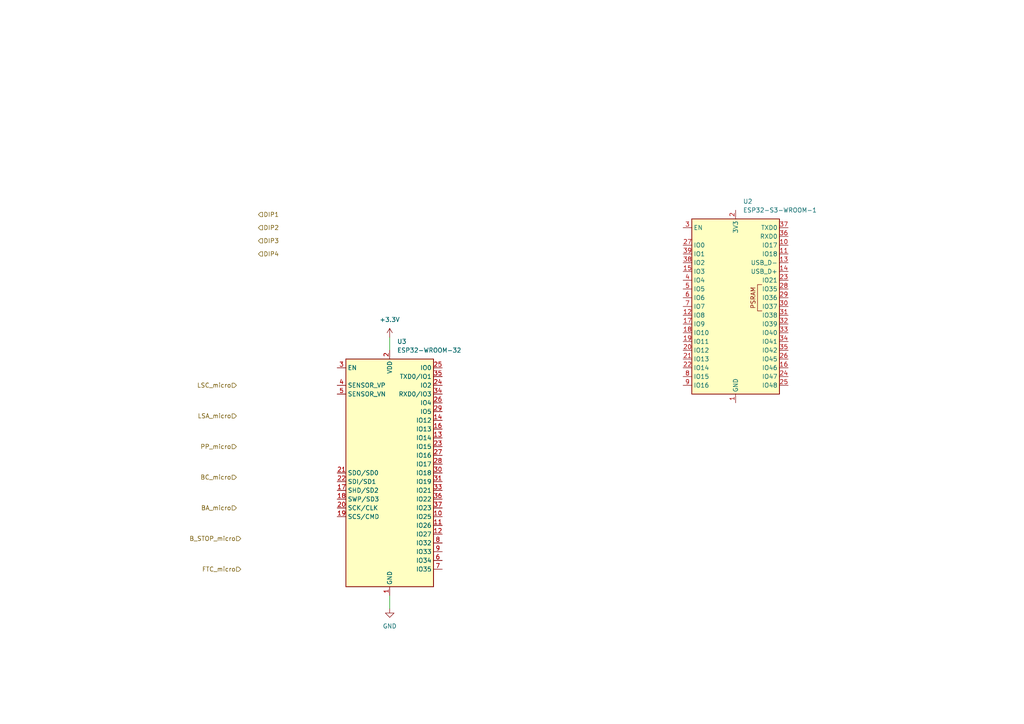
<source format=kicad_sch>
(kicad_sch
	(version 20250114)
	(generator "eeschema")
	(generator_version "9.0")
	(uuid "236dfe4a-e3ba-4b02-a8cb-721af9eabc13")
	(paper "A4")
	(lib_symbols
		(symbol "RF_Module:ESP32-S3-WROOM-1"
			(exclude_from_sim no)
			(in_bom yes)
			(on_board yes)
			(property "Reference" "U"
				(at -12.7 26.67 0)
				(effects
					(font
						(size 1.27 1.27)
					)
				)
			)
			(property "Value" "ESP32-S3-WROOM-1"
				(at 12.7 26.67 0)
				(effects
					(font
						(size 1.27 1.27)
					)
				)
			)
			(property "Footprint" "RF_Module:ESP32-S3-WROOM-1"
				(at 0 2.54 0)
				(effects
					(font
						(size 1.27 1.27)
					)
					(hide yes)
				)
			)
			(property "Datasheet" "https://www.espressif.com/sites/default/files/documentation/esp32-s3-wroom-1_wroom-1u_datasheet_en.pdf"
				(at 0 0 0)
				(effects
					(font
						(size 1.27 1.27)
					)
					(hide yes)
				)
			)
			(property "Description" "RF Module, ESP32-S3 SoC, Wi-Fi 802.11b/g/n, Bluetooth, BLE, 32-bit, 3.3V, onboard antenna, SMD"
				(at 0 0 0)
				(effects
					(font
						(size 1.27 1.27)
					)
					(hide yes)
				)
			)
			(property "ki_keywords" "RF Radio BT ESP ESP32-S3 Espressif onboard PCB antenna"
				(at 0 0 0)
				(effects
					(font
						(size 1.27 1.27)
					)
					(hide yes)
				)
			)
			(property "ki_fp_filters" "ESP32?S3?WROOM?1*"
				(at 0 0 0)
				(effects
					(font
						(size 1.27 1.27)
					)
					(hide yes)
				)
			)
			(symbol "ESP32-S3-WROOM-1_0_0"
				(rectangle
					(start -12.7 25.4)
					(end 12.7 -25.4)
					(stroke
						(width 0.254)
						(type default)
					)
					(fill
						(type background)
					)
				)
				(text "PSRAM"
					(at 5.08 2.54 900)
					(effects
						(font
							(size 1.27 1.27)
						)
					)
				)
			)
			(symbol "ESP32-S3-WROOM-1_0_1"
				(polyline
					(pts
						(xy 7.62 -1.27) (xy 6.35 -1.27) (xy 6.35 6.35) (xy 7.62 6.35)
					)
					(stroke
						(width 0)
						(type default)
					)
					(fill
						(type none)
					)
				)
			)
			(symbol "ESP32-S3-WROOM-1_1_1"
				(pin input line
					(at -15.24 22.86 0)
					(length 2.54)
					(name "EN"
						(effects
							(font
								(size 1.27 1.27)
							)
						)
					)
					(number "3"
						(effects
							(font
								(size 1.27 1.27)
							)
						)
					)
				)
				(pin bidirectional line
					(at -15.24 17.78 0)
					(length 2.54)
					(name "IO0"
						(effects
							(font
								(size 1.27 1.27)
							)
						)
					)
					(number "27"
						(effects
							(font
								(size 1.27 1.27)
							)
						)
					)
				)
				(pin bidirectional line
					(at -15.24 15.24 0)
					(length 2.54)
					(name "IO1"
						(effects
							(font
								(size 1.27 1.27)
							)
						)
					)
					(number "39"
						(effects
							(font
								(size 1.27 1.27)
							)
						)
					)
				)
				(pin bidirectional line
					(at -15.24 12.7 0)
					(length 2.54)
					(name "IO2"
						(effects
							(font
								(size 1.27 1.27)
							)
						)
					)
					(number "38"
						(effects
							(font
								(size 1.27 1.27)
							)
						)
					)
				)
				(pin bidirectional line
					(at -15.24 10.16 0)
					(length 2.54)
					(name "IO3"
						(effects
							(font
								(size 1.27 1.27)
							)
						)
					)
					(number "15"
						(effects
							(font
								(size 1.27 1.27)
							)
						)
					)
				)
				(pin bidirectional line
					(at -15.24 7.62 0)
					(length 2.54)
					(name "IO4"
						(effects
							(font
								(size 1.27 1.27)
							)
						)
					)
					(number "4"
						(effects
							(font
								(size 1.27 1.27)
							)
						)
					)
				)
				(pin bidirectional line
					(at -15.24 5.08 0)
					(length 2.54)
					(name "IO5"
						(effects
							(font
								(size 1.27 1.27)
							)
						)
					)
					(number "5"
						(effects
							(font
								(size 1.27 1.27)
							)
						)
					)
				)
				(pin bidirectional line
					(at -15.24 2.54 0)
					(length 2.54)
					(name "IO6"
						(effects
							(font
								(size 1.27 1.27)
							)
						)
					)
					(number "6"
						(effects
							(font
								(size 1.27 1.27)
							)
						)
					)
				)
				(pin bidirectional line
					(at -15.24 0 0)
					(length 2.54)
					(name "IO7"
						(effects
							(font
								(size 1.27 1.27)
							)
						)
					)
					(number "7"
						(effects
							(font
								(size 1.27 1.27)
							)
						)
					)
				)
				(pin bidirectional line
					(at -15.24 -2.54 0)
					(length 2.54)
					(name "IO8"
						(effects
							(font
								(size 1.27 1.27)
							)
						)
					)
					(number "12"
						(effects
							(font
								(size 1.27 1.27)
							)
						)
					)
				)
				(pin bidirectional line
					(at -15.24 -5.08 0)
					(length 2.54)
					(name "IO9"
						(effects
							(font
								(size 1.27 1.27)
							)
						)
					)
					(number "17"
						(effects
							(font
								(size 1.27 1.27)
							)
						)
					)
				)
				(pin bidirectional line
					(at -15.24 -7.62 0)
					(length 2.54)
					(name "IO10"
						(effects
							(font
								(size 1.27 1.27)
							)
						)
					)
					(number "18"
						(effects
							(font
								(size 1.27 1.27)
							)
						)
					)
				)
				(pin bidirectional line
					(at -15.24 -10.16 0)
					(length 2.54)
					(name "IO11"
						(effects
							(font
								(size 1.27 1.27)
							)
						)
					)
					(number "19"
						(effects
							(font
								(size 1.27 1.27)
							)
						)
					)
				)
				(pin bidirectional line
					(at -15.24 -12.7 0)
					(length 2.54)
					(name "IO12"
						(effects
							(font
								(size 1.27 1.27)
							)
						)
					)
					(number "20"
						(effects
							(font
								(size 1.27 1.27)
							)
						)
					)
				)
				(pin bidirectional line
					(at -15.24 -15.24 0)
					(length 2.54)
					(name "IO13"
						(effects
							(font
								(size 1.27 1.27)
							)
						)
					)
					(number "21"
						(effects
							(font
								(size 1.27 1.27)
							)
						)
					)
				)
				(pin bidirectional line
					(at -15.24 -17.78 0)
					(length 2.54)
					(name "IO14"
						(effects
							(font
								(size 1.27 1.27)
							)
						)
					)
					(number "22"
						(effects
							(font
								(size 1.27 1.27)
							)
						)
					)
				)
				(pin bidirectional line
					(at -15.24 -20.32 0)
					(length 2.54)
					(name "IO15"
						(effects
							(font
								(size 1.27 1.27)
							)
						)
					)
					(number "8"
						(effects
							(font
								(size 1.27 1.27)
							)
						)
					)
				)
				(pin bidirectional line
					(at -15.24 -22.86 0)
					(length 2.54)
					(name "IO16"
						(effects
							(font
								(size 1.27 1.27)
							)
						)
					)
					(number "9"
						(effects
							(font
								(size 1.27 1.27)
							)
						)
					)
				)
				(pin power_in line
					(at 0 27.94 270)
					(length 2.54)
					(name "3V3"
						(effects
							(font
								(size 1.27 1.27)
							)
						)
					)
					(number "2"
						(effects
							(font
								(size 1.27 1.27)
							)
						)
					)
				)
				(pin power_in line
					(at 0 -27.94 90)
					(length 2.54)
					(name "GND"
						(effects
							(font
								(size 1.27 1.27)
							)
						)
					)
					(number "1"
						(effects
							(font
								(size 1.27 1.27)
							)
						)
					)
				)
				(pin passive line
					(at 0 -27.94 90)
					(length 2.54)
					(hide yes)
					(name "GND"
						(effects
							(font
								(size 1.27 1.27)
							)
						)
					)
					(number "40"
						(effects
							(font
								(size 1.27 1.27)
							)
						)
					)
				)
				(pin passive line
					(at 0 -27.94 90)
					(length 2.54)
					(hide yes)
					(name "GND"
						(effects
							(font
								(size 1.27 1.27)
							)
						)
					)
					(number "41"
						(effects
							(font
								(size 1.27 1.27)
							)
						)
					)
				)
				(pin bidirectional line
					(at 15.24 22.86 180)
					(length 2.54)
					(name "TXD0"
						(effects
							(font
								(size 1.27 1.27)
							)
						)
					)
					(number "37"
						(effects
							(font
								(size 1.27 1.27)
							)
						)
					)
				)
				(pin bidirectional line
					(at 15.24 20.32 180)
					(length 2.54)
					(name "RXD0"
						(effects
							(font
								(size 1.27 1.27)
							)
						)
					)
					(number "36"
						(effects
							(font
								(size 1.27 1.27)
							)
						)
					)
				)
				(pin bidirectional line
					(at 15.24 17.78 180)
					(length 2.54)
					(name "IO17"
						(effects
							(font
								(size 1.27 1.27)
							)
						)
					)
					(number "10"
						(effects
							(font
								(size 1.27 1.27)
							)
						)
					)
				)
				(pin bidirectional line
					(at 15.24 15.24 180)
					(length 2.54)
					(name "IO18"
						(effects
							(font
								(size 1.27 1.27)
							)
						)
					)
					(number "11"
						(effects
							(font
								(size 1.27 1.27)
							)
						)
					)
				)
				(pin bidirectional line
					(at 15.24 12.7 180)
					(length 2.54)
					(name "USB_D-"
						(effects
							(font
								(size 1.27 1.27)
							)
						)
					)
					(number "13"
						(effects
							(font
								(size 1.27 1.27)
							)
						)
					)
					(alternate "IO19" bidirectional line)
				)
				(pin bidirectional line
					(at 15.24 10.16 180)
					(length 2.54)
					(name "USB_D+"
						(effects
							(font
								(size 1.27 1.27)
							)
						)
					)
					(number "14"
						(effects
							(font
								(size 1.27 1.27)
							)
						)
					)
					(alternate "IO20" bidirectional line)
				)
				(pin bidirectional line
					(at 15.24 7.62 180)
					(length 2.54)
					(name "IO21"
						(effects
							(font
								(size 1.27 1.27)
							)
						)
					)
					(number "23"
						(effects
							(font
								(size 1.27 1.27)
							)
						)
					)
				)
				(pin bidirectional line
					(at 15.24 5.08 180)
					(length 2.54)
					(name "IO35"
						(effects
							(font
								(size 1.27 1.27)
							)
						)
					)
					(number "28"
						(effects
							(font
								(size 1.27 1.27)
							)
						)
					)
				)
				(pin bidirectional line
					(at 15.24 2.54 180)
					(length 2.54)
					(name "IO36"
						(effects
							(font
								(size 1.27 1.27)
							)
						)
					)
					(number "29"
						(effects
							(font
								(size 1.27 1.27)
							)
						)
					)
				)
				(pin bidirectional line
					(at 15.24 0 180)
					(length 2.54)
					(name "IO37"
						(effects
							(font
								(size 1.27 1.27)
							)
						)
					)
					(number "30"
						(effects
							(font
								(size 1.27 1.27)
							)
						)
					)
				)
				(pin bidirectional line
					(at 15.24 -2.54 180)
					(length 2.54)
					(name "IO38"
						(effects
							(font
								(size 1.27 1.27)
							)
						)
					)
					(number "31"
						(effects
							(font
								(size 1.27 1.27)
							)
						)
					)
				)
				(pin bidirectional line
					(at 15.24 -5.08 180)
					(length 2.54)
					(name "IO39"
						(effects
							(font
								(size 1.27 1.27)
							)
						)
					)
					(number "32"
						(effects
							(font
								(size 1.27 1.27)
							)
						)
					)
				)
				(pin bidirectional line
					(at 15.24 -7.62 180)
					(length 2.54)
					(name "IO40"
						(effects
							(font
								(size 1.27 1.27)
							)
						)
					)
					(number "33"
						(effects
							(font
								(size 1.27 1.27)
							)
						)
					)
				)
				(pin bidirectional line
					(at 15.24 -10.16 180)
					(length 2.54)
					(name "IO41"
						(effects
							(font
								(size 1.27 1.27)
							)
						)
					)
					(number "34"
						(effects
							(font
								(size 1.27 1.27)
							)
						)
					)
				)
				(pin bidirectional line
					(at 15.24 -12.7 180)
					(length 2.54)
					(name "IO42"
						(effects
							(font
								(size 1.27 1.27)
							)
						)
					)
					(number "35"
						(effects
							(font
								(size 1.27 1.27)
							)
						)
					)
				)
				(pin bidirectional line
					(at 15.24 -15.24 180)
					(length 2.54)
					(name "IO45"
						(effects
							(font
								(size 1.27 1.27)
							)
						)
					)
					(number "26"
						(effects
							(font
								(size 1.27 1.27)
							)
						)
					)
				)
				(pin bidirectional line
					(at 15.24 -17.78 180)
					(length 2.54)
					(name "IO46"
						(effects
							(font
								(size 1.27 1.27)
							)
						)
					)
					(number "16"
						(effects
							(font
								(size 1.27 1.27)
							)
						)
					)
				)
				(pin bidirectional line
					(at 15.24 -20.32 180)
					(length 2.54)
					(name "IO47"
						(effects
							(font
								(size 1.27 1.27)
							)
						)
					)
					(number "24"
						(effects
							(font
								(size 1.27 1.27)
							)
						)
					)
				)
				(pin bidirectional line
					(at 15.24 -22.86 180)
					(length 2.54)
					(name "IO48"
						(effects
							(font
								(size 1.27 1.27)
							)
						)
					)
					(number "25"
						(effects
							(font
								(size 1.27 1.27)
							)
						)
					)
				)
			)
			(embedded_fonts no)
		)
		(symbol "RF_Module:ESP32-WROOM-32"
			(exclude_from_sim no)
			(in_bom yes)
			(on_board yes)
			(property "Reference" "U"
				(at -12.7 34.29 0)
				(effects
					(font
						(size 1.27 1.27)
					)
					(justify left)
				)
			)
			(property "Value" "ESP32-WROOM-32"
				(at 1.27 34.29 0)
				(effects
					(font
						(size 1.27 1.27)
					)
					(justify left)
				)
			)
			(property "Footprint" "RF_Module:ESP32-WROOM-32"
				(at 0 -38.1 0)
				(effects
					(font
						(size 1.27 1.27)
					)
					(hide yes)
				)
			)
			(property "Datasheet" "https://www.espressif.com/sites/default/files/documentation/esp32-wroom-32_datasheet_en.pdf"
				(at -7.62 1.27 0)
				(effects
					(font
						(size 1.27 1.27)
					)
					(hide yes)
				)
			)
			(property "Description" "RF Module, ESP32-D0WDQ6 SoC, Wi-Fi 802.11b/g/n, Bluetooth, BLE, 32-bit, 2.7-3.6V, onboard antenna, SMD"
				(at 0 0 0)
				(effects
					(font
						(size 1.27 1.27)
					)
					(hide yes)
				)
			)
			(property "ki_keywords" "RF Radio BT ESP ESP32 Espressif onboard PCB antenna"
				(at 0 0 0)
				(effects
					(font
						(size 1.27 1.27)
					)
					(hide yes)
				)
			)
			(property "ki_fp_filters" "ESP32?WROOM?32*"
				(at 0 0 0)
				(effects
					(font
						(size 1.27 1.27)
					)
					(hide yes)
				)
			)
			(symbol "ESP32-WROOM-32_0_1"
				(rectangle
					(start -12.7 33.02)
					(end 12.7 -33.02)
					(stroke
						(width 0.254)
						(type default)
					)
					(fill
						(type background)
					)
				)
			)
			(symbol "ESP32-WROOM-32_1_1"
				(pin input line
					(at -15.24 30.48 0)
					(length 2.54)
					(name "EN"
						(effects
							(font
								(size 1.27 1.27)
							)
						)
					)
					(number "3"
						(effects
							(font
								(size 1.27 1.27)
							)
						)
					)
				)
				(pin input line
					(at -15.24 25.4 0)
					(length 2.54)
					(name "SENSOR_VP"
						(effects
							(font
								(size 1.27 1.27)
							)
						)
					)
					(number "4"
						(effects
							(font
								(size 1.27 1.27)
							)
						)
					)
				)
				(pin input line
					(at -15.24 22.86 0)
					(length 2.54)
					(name "SENSOR_VN"
						(effects
							(font
								(size 1.27 1.27)
							)
						)
					)
					(number "5"
						(effects
							(font
								(size 1.27 1.27)
							)
						)
					)
				)
				(pin bidirectional line
					(at -15.24 0 0)
					(length 2.54)
					(name "SDO/SD0"
						(effects
							(font
								(size 1.27 1.27)
							)
						)
					)
					(number "21"
						(effects
							(font
								(size 1.27 1.27)
							)
						)
					)
				)
				(pin bidirectional line
					(at -15.24 -2.54 0)
					(length 2.54)
					(name "SDI/SD1"
						(effects
							(font
								(size 1.27 1.27)
							)
						)
					)
					(number "22"
						(effects
							(font
								(size 1.27 1.27)
							)
						)
					)
				)
				(pin bidirectional line
					(at -15.24 -5.08 0)
					(length 2.54)
					(name "SHD/SD2"
						(effects
							(font
								(size 1.27 1.27)
							)
						)
					)
					(number "17"
						(effects
							(font
								(size 1.27 1.27)
							)
						)
					)
				)
				(pin bidirectional line
					(at -15.24 -7.62 0)
					(length 2.54)
					(name "SWP/SD3"
						(effects
							(font
								(size 1.27 1.27)
							)
						)
					)
					(number "18"
						(effects
							(font
								(size 1.27 1.27)
							)
						)
					)
				)
				(pin bidirectional line
					(at -15.24 -10.16 0)
					(length 2.54)
					(name "SCK/CLK"
						(effects
							(font
								(size 1.27 1.27)
							)
						)
					)
					(number "20"
						(effects
							(font
								(size 1.27 1.27)
							)
						)
					)
				)
				(pin bidirectional line
					(at -15.24 -12.7 0)
					(length 2.54)
					(name "SCS/CMD"
						(effects
							(font
								(size 1.27 1.27)
							)
						)
					)
					(number "19"
						(effects
							(font
								(size 1.27 1.27)
							)
						)
					)
				)
				(pin no_connect line
					(at -12.7 -27.94 0)
					(length 2.54)
					(hide yes)
					(name "NC"
						(effects
							(font
								(size 1.27 1.27)
							)
						)
					)
					(number "32"
						(effects
							(font
								(size 1.27 1.27)
							)
						)
					)
				)
				(pin power_in line
					(at 0 35.56 270)
					(length 2.54)
					(name "VDD"
						(effects
							(font
								(size 1.27 1.27)
							)
						)
					)
					(number "2"
						(effects
							(font
								(size 1.27 1.27)
							)
						)
					)
				)
				(pin power_in line
					(at 0 -35.56 90)
					(length 2.54)
					(name "GND"
						(effects
							(font
								(size 1.27 1.27)
							)
						)
					)
					(number "1"
						(effects
							(font
								(size 1.27 1.27)
							)
						)
					)
				)
				(pin passive line
					(at 0 -35.56 90)
					(length 2.54)
					(hide yes)
					(name "GND"
						(effects
							(font
								(size 1.27 1.27)
							)
						)
					)
					(number "15"
						(effects
							(font
								(size 1.27 1.27)
							)
						)
					)
				)
				(pin passive line
					(at 0 -35.56 90)
					(length 2.54)
					(hide yes)
					(name "GND"
						(effects
							(font
								(size 1.27 1.27)
							)
						)
					)
					(number "38"
						(effects
							(font
								(size 1.27 1.27)
							)
						)
					)
				)
				(pin passive line
					(at 0 -35.56 90)
					(length 2.54)
					(hide yes)
					(name "GND"
						(effects
							(font
								(size 1.27 1.27)
							)
						)
					)
					(number "39"
						(effects
							(font
								(size 1.27 1.27)
							)
						)
					)
				)
				(pin bidirectional line
					(at 15.24 30.48 180)
					(length 2.54)
					(name "IO0"
						(effects
							(font
								(size 1.27 1.27)
							)
						)
					)
					(number "25"
						(effects
							(font
								(size 1.27 1.27)
							)
						)
					)
				)
				(pin bidirectional line
					(at 15.24 27.94 180)
					(length 2.54)
					(name "TXD0/IO1"
						(effects
							(font
								(size 1.27 1.27)
							)
						)
					)
					(number "35"
						(effects
							(font
								(size 1.27 1.27)
							)
						)
					)
				)
				(pin bidirectional line
					(at 15.24 25.4 180)
					(length 2.54)
					(name "IO2"
						(effects
							(font
								(size 1.27 1.27)
							)
						)
					)
					(number "24"
						(effects
							(font
								(size 1.27 1.27)
							)
						)
					)
				)
				(pin bidirectional line
					(at 15.24 22.86 180)
					(length 2.54)
					(name "RXD0/IO3"
						(effects
							(font
								(size 1.27 1.27)
							)
						)
					)
					(number "34"
						(effects
							(font
								(size 1.27 1.27)
							)
						)
					)
				)
				(pin bidirectional line
					(at 15.24 20.32 180)
					(length 2.54)
					(name "IO4"
						(effects
							(font
								(size 1.27 1.27)
							)
						)
					)
					(number "26"
						(effects
							(font
								(size 1.27 1.27)
							)
						)
					)
				)
				(pin bidirectional line
					(at 15.24 17.78 180)
					(length 2.54)
					(name "IO5"
						(effects
							(font
								(size 1.27 1.27)
							)
						)
					)
					(number "29"
						(effects
							(font
								(size 1.27 1.27)
							)
						)
					)
				)
				(pin bidirectional line
					(at 15.24 15.24 180)
					(length 2.54)
					(name "IO12"
						(effects
							(font
								(size 1.27 1.27)
							)
						)
					)
					(number "14"
						(effects
							(font
								(size 1.27 1.27)
							)
						)
					)
				)
				(pin bidirectional line
					(at 15.24 12.7 180)
					(length 2.54)
					(name "IO13"
						(effects
							(font
								(size 1.27 1.27)
							)
						)
					)
					(number "16"
						(effects
							(font
								(size 1.27 1.27)
							)
						)
					)
				)
				(pin bidirectional line
					(at 15.24 10.16 180)
					(length 2.54)
					(name "IO14"
						(effects
							(font
								(size 1.27 1.27)
							)
						)
					)
					(number "13"
						(effects
							(font
								(size 1.27 1.27)
							)
						)
					)
				)
				(pin bidirectional line
					(at 15.24 7.62 180)
					(length 2.54)
					(name "IO15"
						(effects
							(font
								(size 1.27 1.27)
							)
						)
					)
					(number "23"
						(effects
							(font
								(size 1.27 1.27)
							)
						)
					)
				)
				(pin bidirectional line
					(at 15.24 5.08 180)
					(length 2.54)
					(name "IO16"
						(effects
							(font
								(size 1.27 1.27)
							)
						)
					)
					(number "27"
						(effects
							(font
								(size 1.27 1.27)
							)
						)
					)
				)
				(pin bidirectional line
					(at 15.24 2.54 180)
					(length 2.54)
					(name "IO17"
						(effects
							(font
								(size 1.27 1.27)
							)
						)
					)
					(number "28"
						(effects
							(font
								(size 1.27 1.27)
							)
						)
					)
				)
				(pin bidirectional line
					(at 15.24 0 180)
					(length 2.54)
					(name "IO18"
						(effects
							(font
								(size 1.27 1.27)
							)
						)
					)
					(number "30"
						(effects
							(font
								(size 1.27 1.27)
							)
						)
					)
				)
				(pin bidirectional line
					(at 15.24 -2.54 180)
					(length 2.54)
					(name "IO19"
						(effects
							(font
								(size 1.27 1.27)
							)
						)
					)
					(number "31"
						(effects
							(font
								(size 1.27 1.27)
							)
						)
					)
				)
				(pin bidirectional line
					(at 15.24 -5.08 180)
					(length 2.54)
					(name "IO21"
						(effects
							(font
								(size 1.27 1.27)
							)
						)
					)
					(number "33"
						(effects
							(font
								(size 1.27 1.27)
							)
						)
					)
				)
				(pin bidirectional line
					(at 15.24 -7.62 180)
					(length 2.54)
					(name "IO22"
						(effects
							(font
								(size 1.27 1.27)
							)
						)
					)
					(number "36"
						(effects
							(font
								(size 1.27 1.27)
							)
						)
					)
				)
				(pin bidirectional line
					(at 15.24 -10.16 180)
					(length 2.54)
					(name "IO23"
						(effects
							(font
								(size 1.27 1.27)
							)
						)
					)
					(number "37"
						(effects
							(font
								(size 1.27 1.27)
							)
						)
					)
				)
				(pin bidirectional line
					(at 15.24 -12.7 180)
					(length 2.54)
					(name "IO25"
						(effects
							(font
								(size 1.27 1.27)
							)
						)
					)
					(number "10"
						(effects
							(font
								(size 1.27 1.27)
							)
						)
					)
				)
				(pin bidirectional line
					(at 15.24 -15.24 180)
					(length 2.54)
					(name "IO26"
						(effects
							(font
								(size 1.27 1.27)
							)
						)
					)
					(number "11"
						(effects
							(font
								(size 1.27 1.27)
							)
						)
					)
				)
				(pin bidirectional line
					(at 15.24 -17.78 180)
					(length 2.54)
					(name "IO27"
						(effects
							(font
								(size 1.27 1.27)
							)
						)
					)
					(number "12"
						(effects
							(font
								(size 1.27 1.27)
							)
						)
					)
				)
				(pin bidirectional line
					(at 15.24 -20.32 180)
					(length 2.54)
					(name "IO32"
						(effects
							(font
								(size 1.27 1.27)
							)
						)
					)
					(number "8"
						(effects
							(font
								(size 1.27 1.27)
							)
						)
					)
				)
				(pin bidirectional line
					(at 15.24 -22.86 180)
					(length 2.54)
					(name "IO33"
						(effects
							(font
								(size 1.27 1.27)
							)
						)
					)
					(number "9"
						(effects
							(font
								(size 1.27 1.27)
							)
						)
					)
				)
				(pin input line
					(at 15.24 -25.4 180)
					(length 2.54)
					(name "IO34"
						(effects
							(font
								(size 1.27 1.27)
							)
						)
					)
					(number "6"
						(effects
							(font
								(size 1.27 1.27)
							)
						)
					)
				)
				(pin input line
					(at 15.24 -27.94 180)
					(length 2.54)
					(name "IO35"
						(effects
							(font
								(size 1.27 1.27)
							)
						)
					)
					(number "7"
						(effects
							(font
								(size 1.27 1.27)
							)
						)
					)
				)
			)
			(embedded_fonts no)
		)
		(symbol "power:+3.3V"
			(power)
			(pin_numbers
				(hide yes)
			)
			(pin_names
				(offset 0)
				(hide yes)
			)
			(exclude_from_sim no)
			(in_bom yes)
			(on_board yes)
			(property "Reference" "#PWR"
				(at 0 -3.81 0)
				(effects
					(font
						(size 1.27 1.27)
					)
					(hide yes)
				)
			)
			(property "Value" "+3.3V"
				(at 0 3.556 0)
				(effects
					(font
						(size 1.27 1.27)
					)
				)
			)
			(property "Footprint" ""
				(at 0 0 0)
				(effects
					(font
						(size 1.27 1.27)
					)
					(hide yes)
				)
			)
			(property "Datasheet" ""
				(at 0 0 0)
				(effects
					(font
						(size 1.27 1.27)
					)
					(hide yes)
				)
			)
			(property "Description" "Power symbol creates a global label with name \"+3.3V\""
				(at 0 0 0)
				(effects
					(font
						(size 1.27 1.27)
					)
					(hide yes)
				)
			)
			(property "ki_keywords" "global power"
				(at 0 0 0)
				(effects
					(font
						(size 1.27 1.27)
					)
					(hide yes)
				)
			)
			(symbol "+3.3V_0_1"
				(polyline
					(pts
						(xy -0.762 1.27) (xy 0 2.54)
					)
					(stroke
						(width 0)
						(type default)
					)
					(fill
						(type none)
					)
				)
				(polyline
					(pts
						(xy 0 2.54) (xy 0.762 1.27)
					)
					(stroke
						(width 0)
						(type default)
					)
					(fill
						(type none)
					)
				)
				(polyline
					(pts
						(xy 0 0) (xy 0 2.54)
					)
					(stroke
						(width 0)
						(type default)
					)
					(fill
						(type none)
					)
				)
			)
			(symbol "+3.3V_1_1"
				(pin power_in line
					(at 0 0 90)
					(length 0)
					(name "~"
						(effects
							(font
								(size 1.27 1.27)
							)
						)
					)
					(number "1"
						(effects
							(font
								(size 1.27 1.27)
							)
						)
					)
				)
			)
			(embedded_fonts no)
		)
		(symbol "power:GND"
			(power)
			(pin_numbers
				(hide yes)
			)
			(pin_names
				(offset 0)
				(hide yes)
			)
			(exclude_from_sim no)
			(in_bom yes)
			(on_board yes)
			(property "Reference" "#PWR"
				(at 0 -6.35 0)
				(effects
					(font
						(size 1.27 1.27)
					)
					(hide yes)
				)
			)
			(property "Value" "GND"
				(at 0 -3.81 0)
				(effects
					(font
						(size 1.27 1.27)
					)
				)
			)
			(property "Footprint" ""
				(at 0 0 0)
				(effects
					(font
						(size 1.27 1.27)
					)
					(hide yes)
				)
			)
			(property "Datasheet" ""
				(at 0 0 0)
				(effects
					(font
						(size 1.27 1.27)
					)
					(hide yes)
				)
			)
			(property "Description" "Power symbol creates a global label with name \"GND\" , ground"
				(at 0 0 0)
				(effects
					(font
						(size 1.27 1.27)
					)
					(hide yes)
				)
			)
			(property "ki_keywords" "global power"
				(at 0 0 0)
				(effects
					(font
						(size 1.27 1.27)
					)
					(hide yes)
				)
			)
			(symbol "GND_0_1"
				(polyline
					(pts
						(xy 0 0) (xy 0 -1.27) (xy 1.27 -1.27) (xy 0 -2.54) (xy -1.27 -1.27) (xy 0 -1.27)
					)
					(stroke
						(width 0)
						(type default)
					)
					(fill
						(type none)
					)
				)
			)
			(symbol "GND_1_1"
				(pin power_in line
					(at 0 0 270)
					(length 0)
					(name "~"
						(effects
							(font
								(size 1.27 1.27)
							)
						)
					)
					(number "1"
						(effects
							(font
								(size 1.27 1.27)
							)
						)
					)
				)
			)
			(embedded_fonts no)
		)
	)
	(wire
		(pts
			(xy 113.03 97.79) (xy 113.03 101.6)
		)
		(stroke
			(width 0)
			(type default)
		)
		(uuid "0b5999f7-a524-4a1e-94b9-bb70ab48ac25")
	)
	(wire
		(pts
			(xy 113.03 172.72) (xy 113.03 176.53)
		)
		(stroke
			(width 0)
			(type default)
		)
		(uuid "9ebe6ee9-c615-43aa-8fbc-3cc64f9580b7")
	)
	(hierarchical_label "FTC_micro"
		(shape input)
		(at 69.85 165.1 180)
		(effects
			(font
				(size 1.27 1.27)
			)
			(justify right)
		)
		(uuid "244b0e09-4646-4546-a842-78cde00d50cb")
	)
	(hierarchical_label "DIP2"
		(shape input)
		(at 74.93 66.04 0)
		(effects
			(font
				(size 1.27 1.27)
			)
			(justify left)
		)
		(uuid "30182ae9-1680-4b34-abc1-f8ee561c748f")
	)
	(hierarchical_label "LSA_micro"
		(shape input)
		(at 68.58 120.65 180)
		(effects
			(font
				(size 1.27 1.27)
			)
			(justify right)
		)
		(uuid "52b35070-1a22-4098-b52d-ccccb39c3b8e")
	)
	(hierarchical_label "B_STOP_micro"
		(shape input)
		(at 69.85 156.21 180)
		(effects
			(font
				(size 1.27 1.27)
			)
			(justify right)
		)
		(uuid "634c9e09-ed8c-46a2-a660-669e982d1f01")
	)
	(hierarchical_label "DIP1"
		(shape input)
		(at 74.93 62.23 0)
		(effects
			(font
				(size 1.27 1.27)
			)
			(justify left)
		)
		(uuid "7040bce2-eee1-4bb7-a64d-43f75768b2f3")
	)
	(hierarchical_label "LSC_micro"
		(shape input)
		(at 68.58 111.76 180)
		(effects
			(font
				(size 1.27 1.27)
			)
			(justify right)
		)
		(uuid "75ede2b9-41af-4b63-8bdb-bcfaaa62d739")
	)
	(hierarchical_label "DIP4"
		(shape input)
		(at 74.93 73.66 0)
		(effects
			(font
				(size 1.27 1.27)
			)
			(justify left)
		)
		(uuid "9a3d7433-5289-43c2-8e45-c9645324d0b2")
	)
	(hierarchical_label "BC_micro"
		(shape input)
		(at 68.58 138.43 180)
		(effects
			(font
				(size 1.27 1.27)
			)
			(justify right)
		)
		(uuid "ba62a3cb-6156-4a8b-a7a8-ed4a8d54b0da")
	)
	(hierarchical_label "BA_micro"
		(shape input)
		(at 68.58 147.32 180)
		(effects
			(font
				(size 1.27 1.27)
			)
			(justify right)
		)
		(uuid "ca0c5504-2003-4255-8c0d-6f257e3416db")
	)
	(hierarchical_label "DIP3"
		(shape input)
		(at 74.93 69.85 0)
		(effects
			(font
				(size 1.27 1.27)
			)
			(justify left)
		)
		(uuid "e450c3ba-c360-457a-8c9a-2a6da61c6b31")
	)
	(hierarchical_label "PP_micro"
		(shape input)
		(at 68.58 129.54 180)
		(effects
			(font
				(size 1.27 1.27)
			)
			(justify right)
		)
		(uuid "eb2f2455-97de-4289-852d-d96be8223334")
	)
	(symbol
		(lib_id "RF_Module:ESP32-WROOM-32")
		(at 113.03 137.16 0)
		(unit 1)
		(exclude_from_sim no)
		(in_bom yes)
		(on_board yes)
		(dnp no)
		(fields_autoplaced yes)
		(uuid "128d8b96-e7ff-4a34-ab68-fe5fac91a538")
		(property "Reference" "U3"
			(at 115.1733 99.06 0)
			(effects
				(font
					(size 1.27 1.27)
				)
				(justify left)
			)
		)
		(property "Value" "ESP32-WROOM-32"
			(at 115.1733 101.6 0)
			(effects
				(font
					(size 1.27 1.27)
				)
				(justify left)
			)
		)
		(property "Footprint" "RF_Module:ESP32-WROOM-32"
			(at 113.03 175.26 0)
			(effects
				(font
					(size 1.27 1.27)
				)
				(hide yes)
			)
		)
		(property "Datasheet" "https://www.espressif.com/sites/default/files/documentation/esp32-wroom-32_datasheet_en.pdf"
			(at 105.41 135.89 0)
			(effects
				(font
					(size 1.27 1.27)
				)
				(hide yes)
			)
		)
		(property "Description" "RF Module, ESP32-D0WDQ6 SoC, Wi-Fi 802.11b/g/n, Bluetooth, BLE, 32-bit, 2.7-3.6V, onboard antenna, SMD"
			(at 113.03 137.16 0)
			(effects
				(font
					(size 1.27 1.27)
				)
				(hide yes)
			)
		)
		(pin "22"
			(uuid "87560913-9f80-4f9a-86be-17b4cf69e12a")
		)
		(pin "20"
			(uuid "ff0cffb3-9e46-4830-a277-d3fc18b448bd")
		)
		(pin "1"
			(uuid "33dfcbf8-14b1-4c5d-9137-22e54b17b798")
		)
		(pin "15"
			(uuid "836c0c68-85da-466e-ac11-6eeaf99b198b")
		)
		(pin "38"
			(uuid "f3cbb6d8-708b-4b1e-a0f3-1f9fb5aca9ac")
		)
		(pin "25"
			(uuid "612a427a-d6ed-4d24-8567-0d457ff0f895")
		)
		(pin "35"
			(uuid "384ce225-0bf6-45e9-9ea5-c0bea2f1e0a1")
		)
		(pin "32"
			(uuid "2dbd0a0f-7857-4809-9ff4-5965a993fab1")
		)
		(pin "21"
			(uuid "dac42969-a45a-4fb8-8cca-e00ffaf58b5f")
		)
		(pin "3"
			(uuid "7229431c-e87d-41aa-9600-ee9de96a725a")
		)
		(pin "5"
			(uuid "dac82f87-14b2-4d94-8f9a-0082a8f42ad8")
		)
		(pin "4"
			(uuid "dae9b688-9659-4a98-a107-f9e5091a5ec3")
		)
		(pin "17"
			(uuid "453e003f-a217-44d2-9447-9c42129bd281")
		)
		(pin "18"
			(uuid "e87a833f-5aad-44ad-aa69-8f933d13416c")
		)
		(pin "19"
			(uuid "54c8dee0-e7b5-422a-9ccb-3623baf5b718")
		)
		(pin "2"
			(uuid "26151391-106e-4cce-9f9d-1eb3d433f899")
		)
		(pin "39"
			(uuid "bf61e5f9-d752-44b3-9a12-1a7099596302")
		)
		(pin "24"
			(uuid "b6b452e3-6063-44fa-8b02-f5e8173077ca")
		)
		(pin "33"
			(uuid "d95220c5-a245-43f1-884f-9283ac33a005")
		)
		(pin "7"
			(uuid "2e1165ce-6d55-4584-9521-8d63efebb082")
		)
		(pin "37"
			(uuid "12e2023d-f05b-4528-94b5-59b1852d31d7")
		)
		(pin "14"
			(uuid "177bcbae-744b-4a84-a1b3-097c1e498a68")
		)
		(pin "36"
			(uuid "b6860773-1513-4ad3-a91e-94736be92f97")
		)
		(pin "8"
			(uuid "450889d9-b77a-4765-aaa1-5cb476cb7766")
		)
		(pin "30"
			(uuid "dbe1d1cb-bf6e-4bc9-9b9c-d977a1fcf57e")
		)
		(pin "27"
			(uuid "f60c433f-daf0-4c5d-aae3-b547b4d3dafa")
		)
		(pin "34"
			(uuid "eb82af2f-75b1-4901-8d82-7c5bc6d56159")
		)
		(pin "23"
			(uuid "4e6ca84a-9799-4448-a392-0b84add6f412")
		)
		(pin "10"
			(uuid "e783d965-6699-40e5-a961-d15c7aa98525")
		)
		(pin "12"
			(uuid "59378005-47c5-49fd-9147-79bc702340d1")
		)
		(pin "6"
			(uuid "d31b9e3c-ba76-4c68-b6d8-f928bc578925")
		)
		(pin "9"
			(uuid "fc0ec5dd-c9eb-445f-839f-c5dbbebcafec")
		)
		(pin "26"
			(uuid "3de926c0-0e48-46df-9103-1f34cb57c3f6")
		)
		(pin "28"
			(uuid "16c4af5b-7cbc-4691-8f2f-62331c77d9d6")
		)
		(pin "16"
			(uuid "c6cb80ee-1b88-4ef2-9524-4ee81ce2dffd")
		)
		(pin "29"
			(uuid "447d600f-a59c-41f2-99d2-c5110b3e5c3c")
		)
		(pin "31"
			(uuid "a0587564-cf27-49ca-9718-46fd97682d85")
		)
		(pin "13"
			(uuid "d1bd9528-3660-4769-9e75-8a0a98f72982")
		)
		(pin "11"
			(uuid "662f8b92-55e5-4a83-a2c4-ccfe363a7b5e")
		)
		(instances
			(project ""
				(path "/1b977d99-1d22-4971-9e37-13f65a474bc7/be4a5a19-382f-465e-8ce7-b4d36dda7d2a/5df3b7e9-7623-4507-b778-b28e041d7a6c"
					(reference "U3")
					(unit 1)
				)
			)
		)
	)
	(symbol
		(lib_id "power:GND")
		(at 113.03 176.53 0)
		(unit 1)
		(exclude_from_sim no)
		(in_bom yes)
		(on_board yes)
		(dnp no)
		(fields_autoplaced yes)
		(uuid "2ea62e90-fb7f-4f47-afca-7bf64143a818")
		(property "Reference" "#PWR010"
			(at 113.03 182.88 0)
			(effects
				(font
					(size 1.27 1.27)
				)
				(hide yes)
			)
		)
		(property "Value" "GND"
			(at 113.03 181.61 0)
			(effects
				(font
					(size 1.27 1.27)
				)
			)
		)
		(property "Footprint" ""
			(at 113.03 176.53 0)
			(effects
				(font
					(size 1.27 1.27)
				)
				(hide yes)
			)
		)
		(property "Datasheet" ""
			(at 113.03 176.53 0)
			(effects
				(font
					(size 1.27 1.27)
				)
				(hide yes)
			)
		)
		(property "Description" "Power symbol creates a global label with name \"GND\" , ground"
			(at 113.03 176.53 0)
			(effects
				(font
					(size 1.27 1.27)
				)
				(hide yes)
			)
		)
		(pin "1"
			(uuid "5fe41ecd-939b-44b8-b4ed-dddfc18542ce")
		)
		(instances
			(project ""
				(path "/1b977d99-1d22-4971-9e37-13f65a474bc7/be4a5a19-382f-465e-8ce7-b4d36dda7d2a/5df3b7e9-7623-4507-b778-b28e041d7a6c"
					(reference "#PWR010")
					(unit 1)
				)
			)
		)
	)
	(symbol
		(lib_id "RF_Module:ESP32-S3-WROOM-1")
		(at 213.36 88.9 0)
		(unit 1)
		(exclude_from_sim no)
		(in_bom yes)
		(on_board yes)
		(dnp no)
		(fields_autoplaced yes)
		(uuid "669beb42-7c6f-46e3-a22d-6fb8f02247c7")
		(property "Reference" "U2"
			(at 215.5033 58.42 0)
			(effects
				(font
					(size 1.27 1.27)
				)
				(justify left)
			)
		)
		(property "Value" "ESP32-S3-WROOM-1"
			(at 215.5033 60.96 0)
			(effects
				(font
					(size 1.27 1.27)
				)
				(justify left)
			)
		)
		(property "Footprint" "RF_Module:ESP32-S3-WROOM-1"
			(at 213.36 86.36 0)
			(effects
				(font
					(size 1.27 1.27)
				)
				(hide yes)
			)
		)
		(property "Datasheet" "https://www.espressif.com/sites/default/files/documentation/esp32-s3-wroom-1_wroom-1u_datasheet_en.pdf"
			(at 213.36 88.9 0)
			(effects
				(font
					(size 1.27 1.27)
				)
				(hide yes)
			)
		)
		(property "Description" "RF Module, ESP32-S3 SoC, Wi-Fi 802.11b/g/n, Bluetooth, BLE, 32-bit, 3.3V, onboard antenna, SMD"
			(at 213.36 88.9 0)
			(effects
				(font
					(size 1.27 1.27)
				)
				(hide yes)
			)
		)
		(pin "3"
			(uuid "2de34d5e-a062-4e17-897c-2369c017254c")
		)
		(pin "39"
			(uuid "46b8f560-21ed-495b-85b6-4fc28a301c4a")
		)
		(pin "7"
			(uuid "f832ce47-e43c-4e07-852e-0e80388c388f")
		)
		(pin "17"
			(uuid "5c7ce808-f937-49b0-949a-888f0ed36703")
		)
		(pin "20"
			(uuid "341a189f-b9e3-4b4d-bbae-64fc14367351")
		)
		(pin "22"
			(uuid "613e42f4-1ceb-4177-8072-bade6a3868c3")
		)
		(pin "38"
			(uuid "7e5ab759-0060-4e38-8c7b-f686f64b23b5")
		)
		(pin "27"
			(uuid "60bcb9f2-36fc-45f1-9344-fbf475ea269e")
		)
		(pin "4"
			(uuid "0255cd3a-1baa-4d5f-89e0-f7ddf9e046db")
		)
		(pin "15"
			(uuid "cb405d44-2046-49d5-827a-f20dd96b6d4c")
		)
		(pin "5"
			(uuid "9455aba6-4df1-4e73-ac70-6dcb91c024a0")
		)
		(pin "6"
			(uuid "70db2d38-cfc3-469d-bd65-0cb6183b6486")
		)
		(pin "12"
			(uuid "9ccafd32-867b-46f1-ae34-e34a39614311")
		)
		(pin "18"
			(uuid "a4b607de-b987-4c21-85b6-6d6429771130")
		)
		(pin "19"
			(uuid "0f18d8a6-efcf-4f86-9578-a666ac28b9ba")
		)
		(pin "21"
			(uuid "22365387-6ca1-41bb-8ebc-87caf4518154")
		)
		(pin "2"
			(uuid "8715ccbb-dbc9-49dd-af2a-e94421fe60bb")
		)
		(pin "35"
			(uuid "6a4805f8-85ee-4f91-a4f7-f839ee0911f5")
		)
		(pin "41"
			(uuid "ff5bf514-9af1-4114-a73a-9bb8f3e15e23")
		)
		(pin "11"
			(uuid "a21a6ba9-1964-4dcc-bb6d-2ac925580303")
		)
		(pin "10"
			(uuid "8260270f-a1e4-433a-872b-620affe98ab6")
		)
		(pin "13"
			(uuid "a9c55283-586c-48e9-aadb-8a12bf5efee2")
		)
		(pin "31"
			(uuid "52038050-443b-4703-b0eb-78b1f74ca123")
		)
		(pin "36"
			(uuid "c3eee0fd-1bb6-406d-b935-885f28ebb56a")
		)
		(pin "30"
			(uuid "6eb58126-02bb-4042-a954-ef46fbc8ff7c")
		)
		(pin "1"
			(uuid "8fd11c68-63bb-49c8-b3f3-e4e84b4c593d")
		)
		(pin "37"
			(uuid "04129740-c3ed-4242-9881-768caee2545c")
		)
		(pin "32"
			(uuid "055bab54-bda9-4815-a015-6a0c9ada5ec5")
		)
		(pin "34"
			(uuid "4b0929c5-1c26-4da3-906d-c30fb36ef238")
		)
		(pin "25"
			(uuid "43d72dff-afdc-4b8b-aa73-40666866b348")
		)
		(pin "29"
			(uuid "43fbb495-2014-4e03-9e83-f1829881529f")
		)
		(pin "16"
			(uuid "7081b976-13f5-4348-8df1-5d432ea54878")
		)
		(pin "9"
			(uuid "fa9b4203-64f5-425c-a2b6-4922ba5ff350")
		)
		(pin "8"
			(uuid "00877d1c-40cf-4582-917b-bb284591e58f")
		)
		(pin "40"
			(uuid "1c993d95-fdaf-4fea-b175-df42d70208c4")
		)
		(pin "23"
			(uuid "54caa329-764e-4a16-a763-9ace82b5b875")
		)
		(pin "28"
			(uuid "6088dbfa-0199-4448-8c9f-d62fd5c0ce15")
		)
		(pin "14"
			(uuid "2d24cfe2-920d-4fbf-ae90-4df99f222933")
		)
		(pin "33"
			(uuid "ef8c56c1-b0db-4a29-9406-3c5751ab74b0")
		)
		(pin "26"
			(uuid "acf26ef9-8213-478c-9062-78509841bfd3")
		)
		(pin "24"
			(uuid "e01e97d0-624b-405d-b021-6fc54e3be1e8")
		)
		(instances
			(project ""
				(path "/1b977d99-1d22-4971-9e37-13f65a474bc7/be4a5a19-382f-465e-8ce7-b4d36dda7d2a/5df3b7e9-7623-4507-b778-b28e041d7a6c"
					(reference "U2")
					(unit 1)
				)
			)
		)
	)
	(symbol
		(lib_id "power:+3.3V")
		(at 113.03 97.79 0)
		(unit 1)
		(exclude_from_sim no)
		(in_bom yes)
		(on_board yes)
		(dnp no)
		(fields_autoplaced yes)
		(uuid "da3edd4e-9b22-43fc-80d0-0b17ac3281fc")
		(property "Reference" "#PWR09"
			(at 113.03 101.6 0)
			(effects
				(font
					(size 1.27 1.27)
				)
				(hide yes)
			)
		)
		(property "Value" "+3.3V"
			(at 113.03 92.71 0)
			(effects
				(font
					(size 1.27 1.27)
				)
			)
		)
		(property "Footprint" ""
			(at 113.03 97.79 0)
			(effects
				(font
					(size 1.27 1.27)
				)
				(hide yes)
			)
		)
		(property "Datasheet" ""
			(at 113.03 97.79 0)
			(effects
				(font
					(size 1.27 1.27)
				)
				(hide yes)
			)
		)
		(property "Description" "Power symbol creates a global label with name \"+3.3V\""
			(at 113.03 97.79 0)
			(effects
				(font
					(size 1.27 1.27)
				)
				(hide yes)
			)
		)
		(pin "1"
			(uuid "5e6da688-659b-4084-8fe9-d7829274a162")
		)
		(instances
			(project ""
				(path "/1b977d99-1d22-4971-9e37-13f65a474bc7/be4a5a19-382f-465e-8ce7-b4d36dda7d2a/5df3b7e9-7623-4507-b778-b28e041d7a6c"
					(reference "#PWR09")
					(unit 1)
				)
			)
		)
	)
)

</source>
